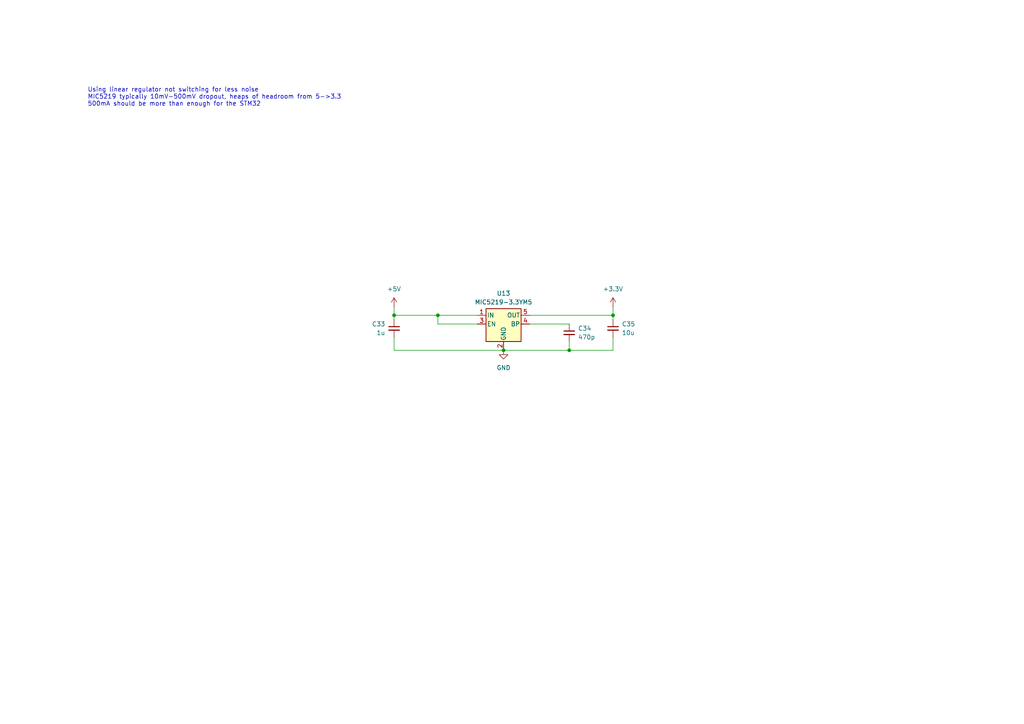
<source format=kicad_sch>
(kicad_sch
	(version 20250114)
	(generator "eeschema")
	(generator_version "9.0")
	(uuid "dbcec5f6-c468-4139-a741-013528dbc10c")
	(paper "A4")
	(title_block
		(title "12V-2x6 Current Monitor")
		(date "2025-08-12")
		(rev "1")
		(company "eggsampler")
	)
	(lib_symbols
		(symbol "Device:C_Small"
			(pin_numbers
				(hide yes)
			)
			(pin_names
				(offset 0.254)
				(hide yes)
			)
			(exclude_from_sim no)
			(in_bom yes)
			(on_board yes)
			(property "Reference" "C"
				(at 0.254 1.778 0)
				(effects
					(font
						(size 1.27 1.27)
					)
					(justify left)
				)
			)
			(property "Value" "C_Small"
				(at 0.254 -2.032 0)
				(effects
					(font
						(size 1.27 1.27)
					)
					(justify left)
				)
			)
			(property "Footprint" ""
				(at 0 0 0)
				(effects
					(font
						(size 1.27 1.27)
					)
					(hide yes)
				)
			)
			(property "Datasheet" "~"
				(at 0 0 0)
				(effects
					(font
						(size 1.27 1.27)
					)
					(hide yes)
				)
			)
			(property "Description" "Unpolarized capacitor, small symbol"
				(at 0 0 0)
				(effects
					(font
						(size 1.27 1.27)
					)
					(hide yes)
				)
			)
			(property "ki_keywords" "capacitor cap"
				(at 0 0 0)
				(effects
					(font
						(size 1.27 1.27)
					)
					(hide yes)
				)
			)
			(property "ki_fp_filters" "C_*"
				(at 0 0 0)
				(effects
					(font
						(size 1.27 1.27)
					)
					(hide yes)
				)
			)
			(symbol "C_Small_0_1"
				(polyline
					(pts
						(xy -1.524 0.508) (xy 1.524 0.508)
					)
					(stroke
						(width 0.3048)
						(type default)
					)
					(fill
						(type none)
					)
				)
				(polyline
					(pts
						(xy -1.524 -0.508) (xy 1.524 -0.508)
					)
					(stroke
						(width 0.3302)
						(type default)
					)
					(fill
						(type none)
					)
				)
			)
			(symbol "C_Small_1_1"
				(pin passive line
					(at 0 2.54 270)
					(length 2.032)
					(name "~"
						(effects
							(font
								(size 1.27 1.27)
							)
						)
					)
					(number "1"
						(effects
							(font
								(size 1.27 1.27)
							)
						)
					)
				)
				(pin passive line
					(at 0 -2.54 90)
					(length 2.032)
					(name "~"
						(effects
							(font
								(size 1.27 1.27)
							)
						)
					)
					(number "2"
						(effects
							(font
								(size 1.27 1.27)
							)
						)
					)
				)
			)
			(embedded_fonts no)
		)
		(symbol "Regulator_Linear:MIC5219-3.3YM5"
			(pin_names
				(offset 0.254)
			)
			(exclude_from_sim no)
			(in_bom yes)
			(on_board yes)
			(property "Reference" "U"
				(at -3.81 5.715 0)
				(effects
					(font
						(size 1.27 1.27)
					)
				)
			)
			(property "Value" "MIC5219-3.3YM5"
				(at 0 5.715 0)
				(effects
					(font
						(size 1.27 1.27)
					)
					(justify left)
				)
			)
			(property "Footprint" "Package_TO_SOT_SMD:SOT-23-5"
				(at 0 8.255 0)
				(effects
					(font
						(size 1.27 1.27)
					)
					(hide yes)
				)
			)
			(property "Datasheet" "http://ww1.microchip.com/downloads/en/DeviceDoc/MIC5219-500mA-Peak-Output-LDO-Regulator-DS20006021A.pdf"
				(at 0 0 0)
				(effects
					(font
						(size 1.27 1.27)
					)
					(hide yes)
				)
			)
			(property "Description" "500mA low dropout linear regulator, fixed 3.3V output, SOT-23-5"
				(at 0 0 0)
				(effects
					(font
						(size 1.27 1.27)
					)
					(hide yes)
				)
			)
			(property "ki_keywords" "500mA ultra-low-noise LDO linear voltage regulator fixed positive"
				(at 0 0 0)
				(effects
					(font
						(size 1.27 1.27)
					)
					(hide yes)
				)
			)
			(property "ki_fp_filters" "SOT?23*"
				(at 0 0 0)
				(effects
					(font
						(size 1.27 1.27)
					)
					(hide yes)
				)
			)
			(symbol "MIC5219-3.3YM5_0_1"
				(rectangle
					(start -5.08 4.445)
					(end 5.08 -5.08)
					(stroke
						(width 0.254)
						(type default)
					)
					(fill
						(type background)
					)
				)
			)
			(symbol "MIC5219-3.3YM5_1_1"
				(pin power_in line
					(at -7.62 2.54 0)
					(length 2.54)
					(name "IN"
						(effects
							(font
								(size 1.27 1.27)
							)
						)
					)
					(number "1"
						(effects
							(font
								(size 1.27 1.27)
							)
						)
					)
				)
				(pin input line
					(at -7.62 0 0)
					(length 2.54)
					(name "EN"
						(effects
							(font
								(size 1.27 1.27)
							)
						)
					)
					(number "3"
						(effects
							(font
								(size 1.27 1.27)
							)
						)
					)
				)
				(pin power_in line
					(at 0 -7.62 90)
					(length 2.54)
					(name "GND"
						(effects
							(font
								(size 1.27 1.27)
							)
						)
					)
					(number "2"
						(effects
							(font
								(size 1.27 1.27)
							)
						)
					)
				)
				(pin power_out line
					(at 7.62 2.54 180)
					(length 2.54)
					(name "OUT"
						(effects
							(font
								(size 1.27 1.27)
							)
						)
					)
					(number "5"
						(effects
							(font
								(size 1.27 1.27)
							)
						)
					)
				)
				(pin input line
					(at 7.62 0 180)
					(length 2.54)
					(name "BP"
						(effects
							(font
								(size 1.27 1.27)
							)
						)
					)
					(number "4"
						(effects
							(font
								(size 1.27 1.27)
							)
						)
					)
				)
			)
			(embedded_fonts no)
		)
		(symbol "power:+3.3V"
			(power)
			(pin_numbers
				(hide yes)
			)
			(pin_names
				(offset 0)
				(hide yes)
			)
			(exclude_from_sim no)
			(in_bom yes)
			(on_board yes)
			(property "Reference" "#PWR"
				(at 0 -3.81 0)
				(effects
					(font
						(size 1.27 1.27)
					)
					(hide yes)
				)
			)
			(property "Value" "+3.3V"
				(at 0 3.556 0)
				(effects
					(font
						(size 1.27 1.27)
					)
				)
			)
			(property "Footprint" ""
				(at 0 0 0)
				(effects
					(font
						(size 1.27 1.27)
					)
					(hide yes)
				)
			)
			(property "Datasheet" ""
				(at 0 0 0)
				(effects
					(font
						(size 1.27 1.27)
					)
					(hide yes)
				)
			)
			(property "Description" "Power symbol creates a global label with name \"+3.3V\""
				(at 0 0 0)
				(effects
					(font
						(size 1.27 1.27)
					)
					(hide yes)
				)
			)
			(property "ki_keywords" "global power"
				(at 0 0 0)
				(effects
					(font
						(size 1.27 1.27)
					)
					(hide yes)
				)
			)
			(symbol "+3.3V_0_1"
				(polyline
					(pts
						(xy -0.762 1.27) (xy 0 2.54)
					)
					(stroke
						(width 0)
						(type default)
					)
					(fill
						(type none)
					)
				)
				(polyline
					(pts
						(xy 0 2.54) (xy 0.762 1.27)
					)
					(stroke
						(width 0)
						(type default)
					)
					(fill
						(type none)
					)
				)
				(polyline
					(pts
						(xy 0 0) (xy 0 2.54)
					)
					(stroke
						(width 0)
						(type default)
					)
					(fill
						(type none)
					)
				)
			)
			(symbol "+3.3V_1_1"
				(pin power_in line
					(at 0 0 90)
					(length 0)
					(name "~"
						(effects
							(font
								(size 1.27 1.27)
							)
						)
					)
					(number "1"
						(effects
							(font
								(size 1.27 1.27)
							)
						)
					)
				)
			)
			(embedded_fonts no)
		)
		(symbol "power:+5V"
			(power)
			(pin_numbers
				(hide yes)
			)
			(pin_names
				(offset 0)
				(hide yes)
			)
			(exclude_from_sim no)
			(in_bom yes)
			(on_board yes)
			(property "Reference" "#PWR"
				(at 0 -3.81 0)
				(effects
					(font
						(size 1.27 1.27)
					)
					(hide yes)
				)
			)
			(property "Value" "+5V"
				(at 0 3.556 0)
				(effects
					(font
						(size 1.27 1.27)
					)
				)
			)
			(property "Footprint" ""
				(at 0 0 0)
				(effects
					(font
						(size 1.27 1.27)
					)
					(hide yes)
				)
			)
			(property "Datasheet" ""
				(at 0 0 0)
				(effects
					(font
						(size 1.27 1.27)
					)
					(hide yes)
				)
			)
			(property "Description" "Power symbol creates a global label with name \"+5V\""
				(at 0 0 0)
				(effects
					(font
						(size 1.27 1.27)
					)
					(hide yes)
				)
			)
			(property "ki_keywords" "global power"
				(at 0 0 0)
				(effects
					(font
						(size 1.27 1.27)
					)
					(hide yes)
				)
			)
			(symbol "+5V_0_1"
				(polyline
					(pts
						(xy -0.762 1.27) (xy 0 2.54)
					)
					(stroke
						(width 0)
						(type default)
					)
					(fill
						(type none)
					)
				)
				(polyline
					(pts
						(xy 0 2.54) (xy 0.762 1.27)
					)
					(stroke
						(width 0)
						(type default)
					)
					(fill
						(type none)
					)
				)
				(polyline
					(pts
						(xy 0 0) (xy 0 2.54)
					)
					(stroke
						(width 0)
						(type default)
					)
					(fill
						(type none)
					)
				)
			)
			(symbol "+5V_1_1"
				(pin power_in line
					(at 0 0 90)
					(length 0)
					(name "~"
						(effects
							(font
								(size 1.27 1.27)
							)
						)
					)
					(number "1"
						(effects
							(font
								(size 1.27 1.27)
							)
						)
					)
				)
			)
			(embedded_fonts no)
		)
		(symbol "power:GND"
			(power)
			(pin_numbers
				(hide yes)
			)
			(pin_names
				(offset 0)
				(hide yes)
			)
			(exclude_from_sim no)
			(in_bom yes)
			(on_board yes)
			(property "Reference" "#PWR"
				(at 0 -6.35 0)
				(effects
					(font
						(size 1.27 1.27)
					)
					(hide yes)
				)
			)
			(property "Value" "GND"
				(at 0 -3.81 0)
				(effects
					(font
						(size 1.27 1.27)
					)
				)
			)
			(property "Footprint" ""
				(at 0 0 0)
				(effects
					(font
						(size 1.27 1.27)
					)
					(hide yes)
				)
			)
			(property "Datasheet" ""
				(at 0 0 0)
				(effects
					(font
						(size 1.27 1.27)
					)
					(hide yes)
				)
			)
			(property "Description" "Power symbol creates a global label with name \"GND\" , ground"
				(at 0 0 0)
				(effects
					(font
						(size 1.27 1.27)
					)
					(hide yes)
				)
			)
			(property "ki_keywords" "global power"
				(at 0 0 0)
				(effects
					(font
						(size 1.27 1.27)
					)
					(hide yes)
				)
			)
			(symbol "GND_0_1"
				(polyline
					(pts
						(xy 0 0) (xy 0 -1.27) (xy 1.27 -1.27) (xy 0 -2.54) (xy -1.27 -1.27) (xy 0 -1.27)
					)
					(stroke
						(width 0)
						(type default)
					)
					(fill
						(type none)
					)
				)
			)
			(symbol "GND_1_1"
				(pin power_in line
					(at 0 0 270)
					(length 0)
					(name "~"
						(effects
							(font
								(size 1.27 1.27)
							)
						)
					)
					(number "1"
						(effects
							(font
								(size 1.27 1.27)
							)
						)
					)
				)
			)
			(embedded_fonts no)
		)
	)
	(text "Using linear regulator not switching for less noise\nMIC5219 typically 10mV-500mV dropout, heaps of headroom from 5->3.3\n500mA should be more than enough for the STM32"
		(exclude_from_sim no)
		(at 25.4 25.4 0)
		(effects
			(font
				(size 1.27 1.27)
			)
			(justify left top)
		)
		(uuid "20163b1e-1c82-4b22-97cf-aa88b7f711ab")
	)
	(junction
		(at 114.3 91.44)
		(diameter 0)
		(color 0 0 0 0)
		(uuid "464a02ff-e2b7-46fe-b9b9-29100045a09d")
	)
	(junction
		(at 127 91.44)
		(diameter 0)
		(color 0 0 0 0)
		(uuid "556fd5b5-e0d8-4ae5-9216-4a522900913a")
	)
	(junction
		(at 146.05 101.6)
		(diameter 0)
		(color 0 0 0 0)
		(uuid "7f0d7e37-6674-4527-9667-1ff380ee7bd3")
	)
	(junction
		(at 177.8 91.44)
		(diameter 0)
		(color 0 0 0 0)
		(uuid "c780ae8e-4822-4ce9-88d4-d568c135d89b")
	)
	(junction
		(at 165.1 101.6)
		(diameter 0)
		(color 0 0 0 0)
		(uuid "fcc45ae4-911e-4c3a-8b5e-212542539ff1")
	)
	(wire
		(pts
			(xy 165.1 93.98) (xy 153.67 93.98)
		)
		(stroke
			(width 0)
			(type default)
		)
		(uuid "0cf6231a-9518-45cd-8004-5e0a7148d389")
	)
	(wire
		(pts
			(xy 114.3 101.6) (xy 146.05 101.6)
		)
		(stroke
			(width 0)
			(type default)
		)
		(uuid "22348cd7-08c5-4919-8f47-57166170c5dc")
	)
	(wire
		(pts
			(xy 114.3 97.79) (xy 114.3 101.6)
		)
		(stroke
			(width 0)
			(type default)
		)
		(uuid "2b771975-6b25-4d99-b426-e2cd490f843c")
	)
	(wire
		(pts
			(xy 114.3 92.71) (xy 114.3 91.44)
		)
		(stroke
			(width 0)
			(type default)
		)
		(uuid "2fc66b5d-c683-45af-8cb3-8ff26814d9ca")
	)
	(wire
		(pts
			(xy 127 91.44) (xy 138.43 91.44)
		)
		(stroke
			(width 0)
			(type default)
		)
		(uuid "3cb3889f-4516-4fb6-97a5-9f15ea9df3e1")
	)
	(wire
		(pts
			(xy 177.8 97.79) (xy 177.8 101.6)
		)
		(stroke
			(width 0)
			(type default)
		)
		(uuid "4c021b3d-53de-483b-876f-a7e464d9ede3")
	)
	(wire
		(pts
			(xy 127 93.98) (xy 127 91.44)
		)
		(stroke
			(width 0)
			(type default)
		)
		(uuid "5555eabe-b074-4903-a008-746e0392331c")
	)
	(wire
		(pts
			(xy 114.3 88.9) (xy 114.3 91.44)
		)
		(stroke
			(width 0)
			(type default)
		)
		(uuid "65b2750b-ca45-41a9-bef2-2b2624777966")
	)
	(wire
		(pts
			(xy 114.3 91.44) (xy 127 91.44)
		)
		(stroke
			(width 0)
			(type default)
		)
		(uuid "8cea698c-f959-42c9-9059-9a556433e083")
	)
	(wire
		(pts
			(xy 177.8 88.9) (xy 177.8 91.44)
		)
		(stroke
			(width 0)
			(type default)
		)
		(uuid "9f20e45f-98c0-498e-9a7c-5e7e903564f0")
	)
	(wire
		(pts
			(xy 177.8 92.71) (xy 177.8 91.44)
		)
		(stroke
			(width 0)
			(type default)
		)
		(uuid "a47dcd7b-3521-469f-a0c2-786260eb09b8")
	)
	(wire
		(pts
			(xy 146.05 101.6) (xy 165.1 101.6)
		)
		(stroke
			(width 0)
			(type default)
		)
		(uuid "a87f614f-fc3f-4275-8674-ca400a93558f")
	)
	(wire
		(pts
			(xy 138.43 93.98) (xy 127 93.98)
		)
		(stroke
			(width 0)
			(type default)
		)
		(uuid "ba5f774c-6978-4723-af43-23e511b54ae1")
	)
	(wire
		(pts
			(xy 153.67 91.44) (xy 177.8 91.44)
		)
		(stroke
			(width 0)
			(type default)
		)
		(uuid "d514887d-74e7-489f-a285-0c23d7b9fe07")
	)
	(wire
		(pts
			(xy 165.1 99.06) (xy 165.1 101.6)
		)
		(stroke
			(width 0)
			(type default)
		)
		(uuid "d5ca3b56-ced2-41f8-9c93-a3bb79cd7fb1")
	)
	(wire
		(pts
			(xy 165.1 101.6) (xy 177.8 101.6)
		)
		(stroke
			(width 0)
			(type default)
		)
		(uuid "f4e22fc9-a83e-4490-826d-a7ebba005366")
	)
	(symbol
		(lib_id "power:+3.3V")
		(at 177.8 88.9 0)
		(unit 1)
		(exclude_from_sim no)
		(in_bom yes)
		(on_board yes)
		(dnp no)
		(fields_autoplaced yes)
		(uuid "1747ef96-4c1c-4d34-bc51-01e46f659112")
		(property "Reference" "#PWR054"
			(at 177.8 92.71 0)
			(effects
				(font
					(size 1.27 1.27)
				)
				(hide yes)
			)
		)
		(property "Value" "+3.3V"
			(at 177.8 83.82 0)
			(effects
				(font
					(size 1.27 1.27)
				)
			)
		)
		(property "Footprint" ""
			(at 177.8 88.9 0)
			(effects
				(font
					(size 1.27 1.27)
				)
				(hide yes)
			)
		)
		(property "Datasheet" ""
			(at 177.8 88.9 0)
			(effects
				(font
					(size 1.27 1.27)
				)
				(hide yes)
			)
		)
		(property "Description" "Power symbol creates a global label with name \"+3.3V\""
			(at 177.8 88.9 0)
			(effects
				(font
					(size 1.27 1.27)
				)
				(hide yes)
			)
		)
		(pin "1"
			(uuid "81c031b4-6a2d-49d4-9453-f80e4d841c54")
		)
		(instances
			(project "12v-2x6"
				(path "/8b0d253f-310b-49c8-a50d-a58538d7eb55/23f1b17c-34ba-4342-802c-c2a128793ef2"
					(reference "#PWR054")
					(unit 1)
				)
			)
		)
	)
	(symbol
		(lib_id "Device:C_Small")
		(at 177.8 95.25 0)
		(unit 1)
		(exclude_from_sim no)
		(in_bom yes)
		(on_board yes)
		(dnp no)
		(uuid "4e778aad-6a4d-4278-9af4-e6fea6c2bae2")
		(property "Reference" "C35"
			(at 180.34 93.9862 0)
			(effects
				(font
					(size 1.27 1.27)
				)
				(justify left)
			)
		)
		(property "Value" "10u"
			(at 180.34 96.5262 0)
			(effects
				(font
					(size 1.27 1.27)
				)
				(justify left)
			)
		)
		(property "Footprint" "Capacitor_SMD:C_0603_1608Metric"
			(at 177.8 95.25 0)
			(effects
				(font
					(size 1.27 1.27)
				)
				(hide yes)
			)
		)
		(property "Datasheet" "~"
			(at 177.8 95.25 0)
			(effects
				(font
					(size 1.27 1.27)
				)
				(hide yes)
			)
		)
		(property "Description" "Unpolarized capacitor, small symbol"
			(at 177.8 95.25 0)
			(effects
				(font
					(size 1.27 1.27)
				)
				(hide yes)
			)
		)
		(pin "2"
			(uuid "a306740a-0128-4de2-a711-85aabc394aed")
		)
		(pin "1"
			(uuid "e162ef33-613c-4d6d-b9ed-1ec9c16d345a")
		)
		(instances
			(project "12v-2x6"
				(path "/8b0d253f-310b-49c8-a50d-a58538d7eb55/23f1b17c-34ba-4342-802c-c2a128793ef2"
					(reference "C35")
					(unit 1)
				)
			)
		)
	)
	(symbol
		(lib_id "Device:C_Small")
		(at 165.1 96.52 0)
		(unit 1)
		(exclude_from_sim no)
		(in_bom yes)
		(on_board yes)
		(dnp no)
		(uuid "7e49dc53-09e1-4999-a66d-ef8b560f7386")
		(property "Reference" "C34"
			(at 167.64 95.2562 0)
			(effects
				(font
					(size 1.27 1.27)
				)
				(justify left)
			)
		)
		(property "Value" "470p"
			(at 167.64 97.7962 0)
			(effects
				(font
					(size 1.27 1.27)
				)
				(justify left)
			)
		)
		(property "Footprint" "Capacitor_SMD:C_0603_1608Metric"
			(at 165.1 96.52 0)
			(effects
				(font
					(size 1.27 1.27)
				)
				(hide yes)
			)
		)
		(property "Datasheet" "~"
			(at 165.1 96.52 0)
			(effects
				(font
					(size 1.27 1.27)
				)
				(hide yes)
			)
		)
		(property "Description" "Unpolarized capacitor, small symbol"
			(at 165.1 96.52 0)
			(effects
				(font
					(size 1.27 1.27)
				)
				(hide yes)
			)
		)
		(pin "2"
			(uuid "59881d17-6e41-467e-a105-c7c41facacce")
		)
		(pin "1"
			(uuid "c4eb6014-6109-4751-bf95-75c971e535e8")
		)
		(instances
			(project "12v-2x6"
				(path "/8b0d253f-310b-49c8-a50d-a58538d7eb55/23f1b17c-34ba-4342-802c-c2a128793ef2"
					(reference "C34")
					(unit 1)
				)
			)
		)
	)
	(symbol
		(lib_id "Device:C_Small")
		(at 114.3 95.25 0)
		(mirror y)
		(unit 1)
		(exclude_from_sim no)
		(in_bom yes)
		(on_board yes)
		(dnp no)
		(uuid "81eeb9a5-cdef-401d-817e-9b4369028c67")
		(property "Reference" "C33"
			(at 111.76 93.9862 0)
			(effects
				(font
					(size 1.27 1.27)
				)
				(justify left)
			)
		)
		(property "Value" "1u"
			(at 111.76 96.5262 0)
			(effects
				(font
					(size 1.27 1.27)
				)
				(justify left)
			)
		)
		(property "Footprint" "Capacitor_SMD:C_0402_1005Metric"
			(at 114.3 95.25 0)
			(effects
				(font
					(size 1.27 1.27)
				)
				(hide yes)
			)
		)
		(property "Datasheet" "~"
			(at 114.3 95.25 0)
			(effects
				(font
					(size 1.27 1.27)
				)
				(hide yes)
			)
		)
		(property "Description" "Unpolarized capacitor, small symbol"
			(at 114.3 95.25 0)
			(effects
				(font
					(size 1.27 1.27)
				)
				(hide yes)
			)
		)
		(pin "2"
			(uuid "df082d2e-42ba-4bed-96f3-82308f179c45")
		)
		(pin "1"
			(uuid "c23562b3-354e-4885-86d7-76326494745e")
		)
		(instances
			(project "12v-2x6"
				(path "/8b0d253f-310b-49c8-a50d-a58538d7eb55/23f1b17c-34ba-4342-802c-c2a128793ef2"
					(reference "C33")
					(unit 1)
				)
			)
		)
	)
	(symbol
		(lib_id "Regulator_Linear:MIC5219-3.3YM5")
		(at 146.05 93.98 0)
		(unit 1)
		(exclude_from_sim no)
		(in_bom yes)
		(on_board yes)
		(dnp no)
		(fields_autoplaced yes)
		(uuid "cccb4034-ed34-4af1-a501-421a936bf4f8")
		(property "Reference" "U13"
			(at 146.05 85.09 0)
			(effects
				(font
					(size 1.27 1.27)
				)
			)
		)
		(property "Value" "MIC5219-3.3YM5"
			(at 146.05 87.63 0)
			(effects
				(font
					(size 1.27 1.27)
				)
			)
		)
		(property "Footprint" "Package_TO_SOT_SMD:SOT-23-5"
			(at 146.05 85.725 0)
			(effects
				(font
					(size 1.27 1.27)
				)
				(hide yes)
			)
		)
		(property "Datasheet" "http://ww1.microchip.com/downloads/en/DeviceDoc/MIC5219-500mA-Peak-Output-LDO-Regulator-DS20006021A.pdf"
			(at 146.05 93.98 0)
			(effects
				(font
					(size 1.27 1.27)
				)
				(hide yes)
			)
		)
		(property "Description" "500mA low dropout linear regulator, fixed 3.3V output, SOT-23-5"
			(at 146.05 93.98 0)
			(effects
				(font
					(size 1.27 1.27)
				)
				(hide yes)
			)
		)
		(pin "4"
			(uuid "aa089307-ac4f-465b-98eb-dc772e1815e7")
		)
		(pin "3"
			(uuid "6d61cba6-6c2a-40b0-82a5-728cbb847ec0")
		)
		(pin "1"
			(uuid "0265a2e0-e527-42be-828c-13e2af265a16")
		)
		(pin "2"
			(uuid "97110c13-8283-4367-8279-bcc85f725154")
		)
		(pin "5"
			(uuid "be9f6437-e4fb-4e96-82e6-9fafb6fa6c7c")
		)
		(instances
			(project "12v-2x6"
				(path "/8b0d253f-310b-49c8-a50d-a58538d7eb55/23f1b17c-34ba-4342-802c-c2a128793ef2"
					(reference "U13")
					(unit 1)
				)
			)
		)
	)
	(symbol
		(lib_id "power:GND")
		(at 146.05 101.6 0)
		(unit 1)
		(exclude_from_sim no)
		(in_bom yes)
		(on_board yes)
		(dnp no)
		(fields_autoplaced yes)
		(uuid "d5ddc167-28ad-40d4-af2d-36c50ee4ecc3")
		(property "Reference" "#PWR050"
			(at 146.05 107.95 0)
			(effects
				(font
					(size 1.27 1.27)
				)
				(hide yes)
			)
		)
		(property "Value" "GND"
			(at 146.05 106.68 0)
			(effects
				(font
					(size 1.27 1.27)
				)
			)
		)
		(property "Footprint" ""
			(at 146.05 101.6 0)
			(effects
				(font
					(size 1.27 1.27)
				)
				(hide yes)
			)
		)
		(property "Datasheet" ""
			(at 146.05 101.6 0)
			(effects
				(font
					(size 1.27 1.27)
				)
				(hide yes)
			)
		)
		(property "Description" "Power symbol creates a global label with name \"GND\" , ground"
			(at 146.05 101.6 0)
			(effects
				(font
					(size 1.27 1.27)
				)
				(hide yes)
			)
		)
		(pin "1"
			(uuid "87feedc6-2b43-4e57-92d5-1cac75b9445d")
		)
		(instances
			(project "12v-2x6"
				(path "/8b0d253f-310b-49c8-a50d-a58538d7eb55/23f1b17c-34ba-4342-802c-c2a128793ef2"
					(reference "#PWR050")
					(unit 1)
				)
			)
		)
	)
	(symbol
		(lib_id "power:+5V")
		(at 114.3 88.9 0)
		(unit 1)
		(exclude_from_sim no)
		(in_bom yes)
		(on_board yes)
		(dnp no)
		(fields_autoplaced yes)
		(uuid "ea341798-eac6-4e09-b2b7-c55862836fb0")
		(property "Reference" "#PWR053"
			(at 114.3 92.71 0)
			(effects
				(font
					(size 1.27 1.27)
				)
				(hide yes)
			)
		)
		(property "Value" "+5V"
			(at 114.3 83.82 0)
			(effects
				(font
					(size 1.27 1.27)
				)
			)
		)
		(property "Footprint" ""
			(at 114.3 88.9 0)
			(effects
				(font
					(size 1.27 1.27)
				)
				(hide yes)
			)
		)
		(property "Datasheet" ""
			(at 114.3 88.9 0)
			(effects
				(font
					(size 1.27 1.27)
				)
				(hide yes)
			)
		)
		(property "Description" "Power symbol creates a global label with name \"+5V\""
			(at 114.3 88.9 0)
			(effects
				(font
					(size 1.27 1.27)
				)
				(hide yes)
			)
		)
		(pin "1"
			(uuid "7b8c4b13-4737-43e5-812d-bf3b001c2dd7")
		)
		(instances
			(project "12v-2x6"
				(path "/8b0d253f-310b-49c8-a50d-a58538d7eb55/23f1b17c-34ba-4342-802c-c2a128793ef2"
					(reference "#PWR053")
					(unit 1)
				)
			)
		)
	)
)

</source>
